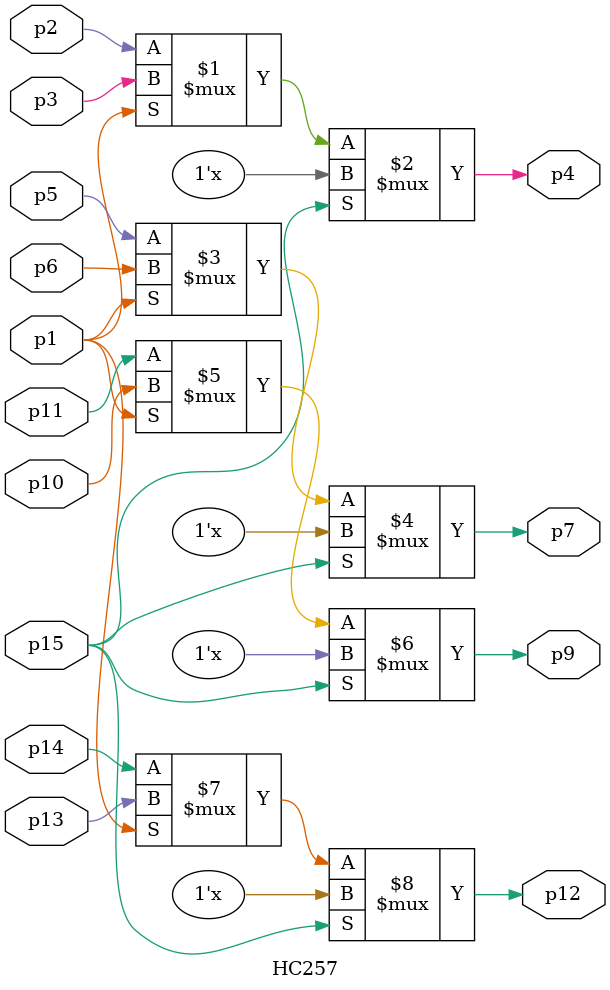
<source format=v>

module HC257(
    input wire p2,p3,
	input wire p5,p6,
	input wire p11,p10,
	input wire p14,p13,
	input wire p1,p15,
	output wire p4,p7,p9,p12
);

assign p4=(p15)?1'bZ:(p1)?p3:p2;
assign p7=(p15)?1'bZ:(p1)?p6:p5;
assign p9=(p15)?1'bZ:(p1)?p10:p11;
assign p12=(p15)?1'bZ:(p1)?p13:p14;

endmodule
</source>
